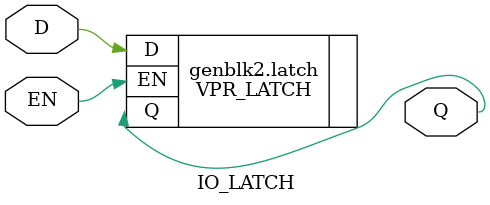
<source format=v>
`ifndef IO_LATCH
`define IO_LATCH

`include "../../../../vpr/latch/vpr_latch.sim.v"

/* 'iCEGATE' latch found in most PIO tiles. */
(* MODES = "OFF; ON" *)
module IO_LATCH (D, EN, Q);

	input wire D;
	input wire EN;

	output Q;
	reg Q;

	parameter MODE = "ON";

	generate
		if (MODE == "OFF") begin
			assign Q = D;
		end
		if (MODE == "ON") begin
			VPR_LATCH latch(
				.D(D),
				.EN(EN),
				.Q(Q)
			);
		end
	endgenerate
endmodule
`endif

</source>
